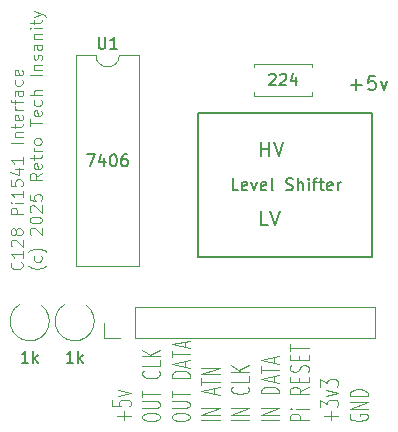
<source format=gbr>
G04 #@! TF.GenerationSoftware,KiCad,Pcbnew,7.0.2*
G04 #@! TF.CreationDate,2025-03-19T22:04:08+13:00*
G04 #@! TF.ProjectId,C128_Pi1541_Interface,43313238-5f50-4693-9135-34315f496e74,rev?*
G04 #@! TF.SameCoordinates,Original*
G04 #@! TF.FileFunction,Legend,Top*
G04 #@! TF.FilePolarity,Positive*
%FSLAX46Y46*%
G04 Gerber Fmt 4.6, Leading zero omitted, Abs format (unit mm)*
G04 Created by KiCad (PCBNEW 7.0.2) date 2025-03-19 22:04:08*
%MOMM*%
%LPD*%
G01*
G04 APERTURE LIST*
%ADD10C,0.125000*%
%ADD11C,0.150000*%
%ADD12C,0.141000*%
%ADD13C,0.120000*%
G04 APERTURE END LIST*
D10*
X118958833Y-96789904D02*
X118958833Y-96028000D01*
X119549309Y-96408952D02*
X118368357Y-96408952D01*
X117999309Y-95075619D02*
X117999309Y-95551809D01*
X117999309Y-95551809D02*
X118737404Y-95599428D01*
X118737404Y-95599428D02*
X118663595Y-95551809D01*
X118663595Y-95551809D02*
X118589785Y-95456571D01*
X118589785Y-95456571D02*
X118589785Y-95218476D01*
X118589785Y-95218476D02*
X118663595Y-95123238D01*
X118663595Y-95123238D02*
X118737404Y-95075619D01*
X118737404Y-95075619D02*
X118885023Y-95028000D01*
X118885023Y-95028000D02*
X119254071Y-95028000D01*
X119254071Y-95028000D02*
X119401690Y-95075619D01*
X119401690Y-95075619D02*
X119475500Y-95123238D01*
X119475500Y-95123238D02*
X119549309Y-95218476D01*
X119549309Y-95218476D02*
X119549309Y-95456571D01*
X119549309Y-95456571D02*
X119475500Y-95551809D01*
X119475500Y-95551809D02*
X119401690Y-95599428D01*
X118515976Y-94694666D02*
X119549309Y-94456571D01*
X119549309Y-94456571D02*
X118515976Y-94218476D01*
X120510309Y-96599428D02*
X120510309Y-96408952D01*
X120510309Y-96408952D02*
X120584119Y-96313714D01*
X120584119Y-96313714D02*
X120731738Y-96218476D01*
X120731738Y-96218476D02*
X121026976Y-96170857D01*
X121026976Y-96170857D02*
X121543642Y-96170857D01*
X121543642Y-96170857D02*
X121838880Y-96218476D01*
X121838880Y-96218476D02*
X121986500Y-96313714D01*
X121986500Y-96313714D02*
X122060309Y-96408952D01*
X122060309Y-96408952D02*
X122060309Y-96599428D01*
X122060309Y-96599428D02*
X121986500Y-96694666D01*
X121986500Y-96694666D02*
X121838880Y-96789904D01*
X121838880Y-96789904D02*
X121543642Y-96837523D01*
X121543642Y-96837523D02*
X121026976Y-96837523D01*
X121026976Y-96837523D02*
X120731738Y-96789904D01*
X120731738Y-96789904D02*
X120584119Y-96694666D01*
X120584119Y-96694666D02*
X120510309Y-96599428D01*
X120510309Y-95742285D02*
X121765071Y-95742285D01*
X121765071Y-95742285D02*
X121912690Y-95694666D01*
X121912690Y-95694666D02*
X121986500Y-95647047D01*
X121986500Y-95647047D02*
X122060309Y-95551809D01*
X122060309Y-95551809D02*
X122060309Y-95361333D01*
X122060309Y-95361333D02*
X121986500Y-95266095D01*
X121986500Y-95266095D02*
X121912690Y-95218476D01*
X121912690Y-95218476D02*
X121765071Y-95170857D01*
X121765071Y-95170857D02*
X120510309Y-95170857D01*
X120510309Y-94837523D02*
X120510309Y-94266095D01*
X122060309Y-94551809D02*
X120510309Y-94551809D01*
X121912690Y-92599428D02*
X121986500Y-92647047D01*
X121986500Y-92647047D02*
X122060309Y-92789904D01*
X122060309Y-92789904D02*
X122060309Y-92885142D01*
X122060309Y-92885142D02*
X121986500Y-93027999D01*
X121986500Y-93027999D02*
X121838880Y-93123237D01*
X121838880Y-93123237D02*
X121691261Y-93170856D01*
X121691261Y-93170856D02*
X121396023Y-93218475D01*
X121396023Y-93218475D02*
X121174595Y-93218475D01*
X121174595Y-93218475D02*
X120879357Y-93170856D01*
X120879357Y-93170856D02*
X120731738Y-93123237D01*
X120731738Y-93123237D02*
X120584119Y-93027999D01*
X120584119Y-93027999D02*
X120510309Y-92885142D01*
X120510309Y-92885142D02*
X120510309Y-92789904D01*
X120510309Y-92789904D02*
X120584119Y-92647047D01*
X120584119Y-92647047D02*
X120657928Y-92599428D01*
X122060309Y-91694666D02*
X122060309Y-92170856D01*
X122060309Y-92170856D02*
X120510309Y-92170856D01*
X122060309Y-91361332D02*
X120510309Y-91361332D01*
X122060309Y-90789904D02*
X121174595Y-91218475D01*
X120510309Y-90789904D02*
X121396023Y-91361332D01*
X123021309Y-96599428D02*
X123021309Y-96408952D01*
X123021309Y-96408952D02*
X123095119Y-96313714D01*
X123095119Y-96313714D02*
X123242738Y-96218476D01*
X123242738Y-96218476D02*
X123537976Y-96170857D01*
X123537976Y-96170857D02*
X124054642Y-96170857D01*
X124054642Y-96170857D02*
X124349880Y-96218476D01*
X124349880Y-96218476D02*
X124497500Y-96313714D01*
X124497500Y-96313714D02*
X124571309Y-96408952D01*
X124571309Y-96408952D02*
X124571309Y-96599428D01*
X124571309Y-96599428D02*
X124497500Y-96694666D01*
X124497500Y-96694666D02*
X124349880Y-96789904D01*
X124349880Y-96789904D02*
X124054642Y-96837523D01*
X124054642Y-96837523D02*
X123537976Y-96837523D01*
X123537976Y-96837523D02*
X123242738Y-96789904D01*
X123242738Y-96789904D02*
X123095119Y-96694666D01*
X123095119Y-96694666D02*
X123021309Y-96599428D01*
X123021309Y-95742285D02*
X124276071Y-95742285D01*
X124276071Y-95742285D02*
X124423690Y-95694666D01*
X124423690Y-95694666D02*
X124497500Y-95647047D01*
X124497500Y-95647047D02*
X124571309Y-95551809D01*
X124571309Y-95551809D02*
X124571309Y-95361333D01*
X124571309Y-95361333D02*
X124497500Y-95266095D01*
X124497500Y-95266095D02*
X124423690Y-95218476D01*
X124423690Y-95218476D02*
X124276071Y-95170857D01*
X124276071Y-95170857D02*
X123021309Y-95170857D01*
X123021309Y-94837523D02*
X123021309Y-94266095D01*
X124571309Y-94551809D02*
X123021309Y-94551809D01*
X124571309Y-93170856D02*
X123021309Y-93170856D01*
X123021309Y-93170856D02*
X123021309Y-92932761D01*
X123021309Y-92932761D02*
X123095119Y-92789904D01*
X123095119Y-92789904D02*
X123242738Y-92694666D01*
X123242738Y-92694666D02*
X123390357Y-92647047D01*
X123390357Y-92647047D02*
X123685595Y-92599428D01*
X123685595Y-92599428D02*
X123907023Y-92599428D01*
X123907023Y-92599428D02*
X124202261Y-92647047D01*
X124202261Y-92647047D02*
X124349880Y-92694666D01*
X124349880Y-92694666D02*
X124497500Y-92789904D01*
X124497500Y-92789904D02*
X124571309Y-92932761D01*
X124571309Y-92932761D02*
X124571309Y-93170856D01*
X124128452Y-92218475D02*
X124128452Y-91742285D01*
X124571309Y-92313713D02*
X123021309Y-91980380D01*
X123021309Y-91980380D02*
X124571309Y-91647047D01*
X123021309Y-91456570D02*
X123021309Y-90885142D01*
X124571309Y-91170856D02*
X123021309Y-91170856D01*
X124128452Y-90599427D02*
X124128452Y-90123237D01*
X124571309Y-90694665D02*
X123021309Y-90361332D01*
X123021309Y-90361332D02*
X124571309Y-90027999D01*
X127082309Y-96789904D02*
X125532309Y-96789904D01*
X127082309Y-96313714D02*
X125532309Y-96313714D01*
X125532309Y-96313714D02*
X127082309Y-95742286D01*
X127082309Y-95742286D02*
X125532309Y-95742286D01*
X126639452Y-94551809D02*
X126639452Y-94075619D01*
X127082309Y-94647047D02*
X125532309Y-94313714D01*
X125532309Y-94313714D02*
X127082309Y-93980381D01*
X125532309Y-93789904D02*
X125532309Y-93218476D01*
X127082309Y-93504190D02*
X125532309Y-93504190D01*
X127082309Y-92885142D02*
X125532309Y-92885142D01*
X125532309Y-92885142D02*
X127082309Y-92313714D01*
X127082309Y-92313714D02*
X125532309Y-92313714D01*
X129593309Y-96789904D02*
X128043309Y-96789904D01*
X129593309Y-96313714D02*
X128043309Y-96313714D01*
X128043309Y-96313714D02*
X129593309Y-95742286D01*
X129593309Y-95742286D02*
X128043309Y-95742286D01*
X129445690Y-93932762D02*
X129519500Y-93980381D01*
X129519500Y-93980381D02*
X129593309Y-94123238D01*
X129593309Y-94123238D02*
X129593309Y-94218476D01*
X129593309Y-94218476D02*
X129519500Y-94361333D01*
X129519500Y-94361333D02*
X129371880Y-94456571D01*
X129371880Y-94456571D02*
X129224261Y-94504190D01*
X129224261Y-94504190D02*
X128929023Y-94551809D01*
X128929023Y-94551809D02*
X128707595Y-94551809D01*
X128707595Y-94551809D02*
X128412357Y-94504190D01*
X128412357Y-94504190D02*
X128264738Y-94456571D01*
X128264738Y-94456571D02*
X128117119Y-94361333D01*
X128117119Y-94361333D02*
X128043309Y-94218476D01*
X128043309Y-94218476D02*
X128043309Y-94123238D01*
X128043309Y-94123238D02*
X128117119Y-93980381D01*
X128117119Y-93980381D02*
X128190928Y-93932762D01*
X129593309Y-93028000D02*
X129593309Y-93504190D01*
X129593309Y-93504190D02*
X128043309Y-93504190D01*
X129593309Y-92694666D02*
X128043309Y-92694666D01*
X129593309Y-92123238D02*
X128707595Y-92551809D01*
X128043309Y-92123238D02*
X128929023Y-92694666D01*
X132104309Y-96789904D02*
X130554309Y-96789904D01*
X132104309Y-96313714D02*
X130554309Y-96313714D01*
X130554309Y-96313714D02*
X132104309Y-95742286D01*
X132104309Y-95742286D02*
X130554309Y-95742286D01*
X132104309Y-94504190D02*
X130554309Y-94504190D01*
X130554309Y-94504190D02*
X130554309Y-94266095D01*
X130554309Y-94266095D02*
X130628119Y-94123238D01*
X130628119Y-94123238D02*
X130775738Y-94028000D01*
X130775738Y-94028000D02*
X130923357Y-93980381D01*
X130923357Y-93980381D02*
X131218595Y-93932762D01*
X131218595Y-93932762D02*
X131440023Y-93932762D01*
X131440023Y-93932762D02*
X131735261Y-93980381D01*
X131735261Y-93980381D02*
X131882880Y-94028000D01*
X131882880Y-94028000D02*
X132030500Y-94123238D01*
X132030500Y-94123238D02*
X132104309Y-94266095D01*
X132104309Y-94266095D02*
X132104309Y-94504190D01*
X131661452Y-93551809D02*
X131661452Y-93075619D01*
X132104309Y-93647047D02*
X130554309Y-93313714D01*
X130554309Y-93313714D02*
X132104309Y-92980381D01*
X130554309Y-92789904D02*
X130554309Y-92218476D01*
X132104309Y-92504190D02*
X130554309Y-92504190D01*
X131661452Y-91932761D02*
X131661452Y-91456571D01*
X132104309Y-92027999D02*
X130554309Y-91694666D01*
X130554309Y-91694666D02*
X132104309Y-91361333D01*
X134615309Y-96789904D02*
X133065309Y-96789904D01*
X133065309Y-96789904D02*
X133065309Y-96408952D01*
X133065309Y-96408952D02*
X133139119Y-96313714D01*
X133139119Y-96313714D02*
X133212928Y-96266095D01*
X133212928Y-96266095D02*
X133360547Y-96218476D01*
X133360547Y-96218476D02*
X133581976Y-96218476D01*
X133581976Y-96218476D02*
X133729595Y-96266095D01*
X133729595Y-96266095D02*
X133803404Y-96313714D01*
X133803404Y-96313714D02*
X133877214Y-96408952D01*
X133877214Y-96408952D02*
X133877214Y-96789904D01*
X134615309Y-95789904D02*
X133581976Y-95789904D01*
X133065309Y-95789904D02*
X133139119Y-95837523D01*
X133139119Y-95837523D02*
X133212928Y-95789904D01*
X133212928Y-95789904D02*
X133139119Y-95742285D01*
X133139119Y-95742285D02*
X133065309Y-95789904D01*
X133065309Y-95789904D02*
X133212928Y-95789904D01*
X134615309Y-93980381D02*
X133877214Y-94313714D01*
X134615309Y-94551809D02*
X133065309Y-94551809D01*
X133065309Y-94551809D02*
X133065309Y-94170857D01*
X133065309Y-94170857D02*
X133139119Y-94075619D01*
X133139119Y-94075619D02*
X133212928Y-94028000D01*
X133212928Y-94028000D02*
X133360547Y-93980381D01*
X133360547Y-93980381D02*
X133581976Y-93980381D01*
X133581976Y-93980381D02*
X133729595Y-94028000D01*
X133729595Y-94028000D02*
X133803404Y-94075619D01*
X133803404Y-94075619D02*
X133877214Y-94170857D01*
X133877214Y-94170857D02*
X133877214Y-94551809D01*
X133803404Y-93551809D02*
X133803404Y-93218476D01*
X134615309Y-93075619D02*
X134615309Y-93551809D01*
X134615309Y-93551809D02*
X133065309Y-93551809D01*
X133065309Y-93551809D02*
X133065309Y-93075619D01*
X134541500Y-92694666D02*
X134615309Y-92551809D01*
X134615309Y-92551809D02*
X134615309Y-92313714D01*
X134615309Y-92313714D02*
X134541500Y-92218476D01*
X134541500Y-92218476D02*
X134467690Y-92170857D01*
X134467690Y-92170857D02*
X134320071Y-92123238D01*
X134320071Y-92123238D02*
X134172452Y-92123238D01*
X134172452Y-92123238D02*
X134024833Y-92170857D01*
X134024833Y-92170857D02*
X133951023Y-92218476D01*
X133951023Y-92218476D02*
X133877214Y-92313714D01*
X133877214Y-92313714D02*
X133803404Y-92504190D01*
X133803404Y-92504190D02*
X133729595Y-92599428D01*
X133729595Y-92599428D02*
X133655785Y-92647047D01*
X133655785Y-92647047D02*
X133508166Y-92694666D01*
X133508166Y-92694666D02*
X133360547Y-92694666D01*
X133360547Y-92694666D02*
X133212928Y-92647047D01*
X133212928Y-92647047D02*
X133139119Y-92599428D01*
X133139119Y-92599428D02*
X133065309Y-92504190D01*
X133065309Y-92504190D02*
X133065309Y-92266095D01*
X133065309Y-92266095D02*
X133139119Y-92123238D01*
X133803404Y-91694666D02*
X133803404Y-91361333D01*
X134615309Y-91218476D02*
X134615309Y-91694666D01*
X134615309Y-91694666D02*
X133065309Y-91694666D01*
X133065309Y-91694666D02*
X133065309Y-91218476D01*
X133065309Y-90932761D02*
X133065309Y-90361333D01*
X134615309Y-90647047D02*
X133065309Y-90647047D01*
X136535833Y-96789904D02*
X136535833Y-96028000D01*
X137126309Y-96408952D02*
X135945357Y-96408952D01*
X135576309Y-95647047D02*
X135576309Y-95028000D01*
X135576309Y-95028000D02*
X136166785Y-95361333D01*
X136166785Y-95361333D02*
X136166785Y-95218476D01*
X136166785Y-95218476D02*
X136240595Y-95123238D01*
X136240595Y-95123238D02*
X136314404Y-95075619D01*
X136314404Y-95075619D02*
X136462023Y-95028000D01*
X136462023Y-95028000D02*
X136831071Y-95028000D01*
X136831071Y-95028000D02*
X136978690Y-95075619D01*
X136978690Y-95075619D02*
X137052500Y-95123238D01*
X137052500Y-95123238D02*
X137126309Y-95218476D01*
X137126309Y-95218476D02*
X137126309Y-95504190D01*
X137126309Y-95504190D02*
X137052500Y-95599428D01*
X137052500Y-95599428D02*
X136978690Y-95647047D01*
X136092976Y-94694666D02*
X137126309Y-94456571D01*
X137126309Y-94456571D02*
X136092976Y-94218476D01*
X135576309Y-93932761D02*
X135576309Y-93313714D01*
X135576309Y-93313714D02*
X136166785Y-93647047D01*
X136166785Y-93647047D02*
X136166785Y-93504190D01*
X136166785Y-93504190D02*
X136240595Y-93408952D01*
X136240595Y-93408952D02*
X136314404Y-93361333D01*
X136314404Y-93361333D02*
X136462023Y-93313714D01*
X136462023Y-93313714D02*
X136831071Y-93313714D01*
X136831071Y-93313714D02*
X136978690Y-93361333D01*
X136978690Y-93361333D02*
X137052500Y-93408952D01*
X137052500Y-93408952D02*
X137126309Y-93504190D01*
X137126309Y-93504190D02*
X137126309Y-93789904D01*
X137126309Y-93789904D02*
X137052500Y-93885142D01*
X137052500Y-93885142D02*
X136978690Y-93932761D01*
X138161119Y-96266095D02*
X138087309Y-96361333D01*
X138087309Y-96361333D02*
X138087309Y-96504190D01*
X138087309Y-96504190D02*
X138161119Y-96647047D01*
X138161119Y-96647047D02*
X138308738Y-96742285D01*
X138308738Y-96742285D02*
X138456357Y-96789904D01*
X138456357Y-96789904D02*
X138751595Y-96837523D01*
X138751595Y-96837523D02*
X138973023Y-96837523D01*
X138973023Y-96837523D02*
X139268261Y-96789904D01*
X139268261Y-96789904D02*
X139415880Y-96742285D01*
X139415880Y-96742285D02*
X139563500Y-96647047D01*
X139563500Y-96647047D02*
X139637309Y-96504190D01*
X139637309Y-96504190D02*
X139637309Y-96408952D01*
X139637309Y-96408952D02*
X139563500Y-96266095D01*
X139563500Y-96266095D02*
X139489690Y-96218476D01*
X139489690Y-96218476D02*
X138973023Y-96218476D01*
X138973023Y-96218476D02*
X138973023Y-96408952D01*
X139637309Y-95789904D02*
X138087309Y-95789904D01*
X138087309Y-95789904D02*
X139637309Y-95218476D01*
X139637309Y-95218476D02*
X138087309Y-95218476D01*
X139637309Y-94742285D02*
X138087309Y-94742285D01*
X138087309Y-94742285D02*
X138087309Y-94504190D01*
X138087309Y-94504190D02*
X138161119Y-94361333D01*
X138161119Y-94361333D02*
X138308738Y-94266095D01*
X138308738Y-94266095D02*
X138456357Y-94218476D01*
X138456357Y-94218476D02*
X138751595Y-94170857D01*
X138751595Y-94170857D02*
X138973023Y-94170857D01*
X138973023Y-94170857D02*
X139268261Y-94218476D01*
X139268261Y-94218476D02*
X139415880Y-94266095D01*
X139415880Y-94266095D02*
X139563500Y-94361333D01*
X139563500Y-94361333D02*
X139637309Y-94504190D01*
X139637309Y-94504190D02*
X139637309Y-94742285D01*
X110303380Y-83391476D02*
X110351000Y-83439095D01*
X110351000Y-83439095D02*
X110398619Y-83581952D01*
X110398619Y-83581952D02*
X110398619Y-83677190D01*
X110398619Y-83677190D02*
X110351000Y-83820047D01*
X110351000Y-83820047D02*
X110255761Y-83915285D01*
X110255761Y-83915285D02*
X110160523Y-83962904D01*
X110160523Y-83962904D02*
X109970047Y-84010523D01*
X109970047Y-84010523D02*
X109827190Y-84010523D01*
X109827190Y-84010523D02*
X109636714Y-83962904D01*
X109636714Y-83962904D02*
X109541476Y-83915285D01*
X109541476Y-83915285D02*
X109446238Y-83820047D01*
X109446238Y-83820047D02*
X109398619Y-83677190D01*
X109398619Y-83677190D02*
X109398619Y-83581952D01*
X109398619Y-83581952D02*
X109446238Y-83439095D01*
X109446238Y-83439095D02*
X109493857Y-83391476D01*
X110398619Y-82439095D02*
X110398619Y-83010523D01*
X110398619Y-82724809D02*
X109398619Y-82724809D01*
X109398619Y-82724809D02*
X109541476Y-82820047D01*
X109541476Y-82820047D02*
X109636714Y-82915285D01*
X109636714Y-82915285D02*
X109684333Y-83010523D01*
X109493857Y-82058142D02*
X109446238Y-82010523D01*
X109446238Y-82010523D02*
X109398619Y-81915285D01*
X109398619Y-81915285D02*
X109398619Y-81677190D01*
X109398619Y-81677190D02*
X109446238Y-81581952D01*
X109446238Y-81581952D02*
X109493857Y-81534333D01*
X109493857Y-81534333D02*
X109589095Y-81486714D01*
X109589095Y-81486714D02*
X109684333Y-81486714D01*
X109684333Y-81486714D02*
X109827190Y-81534333D01*
X109827190Y-81534333D02*
X110398619Y-82105761D01*
X110398619Y-82105761D02*
X110398619Y-81486714D01*
X109827190Y-80915285D02*
X109779571Y-81010523D01*
X109779571Y-81010523D02*
X109731952Y-81058142D01*
X109731952Y-81058142D02*
X109636714Y-81105761D01*
X109636714Y-81105761D02*
X109589095Y-81105761D01*
X109589095Y-81105761D02*
X109493857Y-81058142D01*
X109493857Y-81058142D02*
X109446238Y-81010523D01*
X109446238Y-81010523D02*
X109398619Y-80915285D01*
X109398619Y-80915285D02*
X109398619Y-80724809D01*
X109398619Y-80724809D02*
X109446238Y-80629571D01*
X109446238Y-80629571D02*
X109493857Y-80581952D01*
X109493857Y-80581952D02*
X109589095Y-80534333D01*
X109589095Y-80534333D02*
X109636714Y-80534333D01*
X109636714Y-80534333D02*
X109731952Y-80581952D01*
X109731952Y-80581952D02*
X109779571Y-80629571D01*
X109779571Y-80629571D02*
X109827190Y-80724809D01*
X109827190Y-80724809D02*
X109827190Y-80915285D01*
X109827190Y-80915285D02*
X109874809Y-81010523D01*
X109874809Y-81010523D02*
X109922428Y-81058142D01*
X109922428Y-81058142D02*
X110017666Y-81105761D01*
X110017666Y-81105761D02*
X110208142Y-81105761D01*
X110208142Y-81105761D02*
X110303380Y-81058142D01*
X110303380Y-81058142D02*
X110351000Y-81010523D01*
X110351000Y-81010523D02*
X110398619Y-80915285D01*
X110398619Y-80915285D02*
X110398619Y-80724809D01*
X110398619Y-80724809D02*
X110351000Y-80629571D01*
X110351000Y-80629571D02*
X110303380Y-80581952D01*
X110303380Y-80581952D02*
X110208142Y-80534333D01*
X110208142Y-80534333D02*
X110017666Y-80534333D01*
X110017666Y-80534333D02*
X109922428Y-80581952D01*
X109922428Y-80581952D02*
X109874809Y-80629571D01*
X109874809Y-80629571D02*
X109827190Y-80724809D01*
X110398619Y-79343856D02*
X109398619Y-79343856D01*
X109398619Y-79343856D02*
X109398619Y-78962904D01*
X109398619Y-78962904D02*
X109446238Y-78867666D01*
X109446238Y-78867666D02*
X109493857Y-78820047D01*
X109493857Y-78820047D02*
X109589095Y-78772428D01*
X109589095Y-78772428D02*
X109731952Y-78772428D01*
X109731952Y-78772428D02*
X109827190Y-78820047D01*
X109827190Y-78820047D02*
X109874809Y-78867666D01*
X109874809Y-78867666D02*
X109922428Y-78962904D01*
X109922428Y-78962904D02*
X109922428Y-79343856D01*
X110398619Y-78343856D02*
X109731952Y-78343856D01*
X109398619Y-78343856D02*
X109446238Y-78391475D01*
X109446238Y-78391475D02*
X109493857Y-78343856D01*
X109493857Y-78343856D02*
X109446238Y-78296237D01*
X109446238Y-78296237D02*
X109398619Y-78343856D01*
X109398619Y-78343856D02*
X109493857Y-78343856D01*
X110398619Y-77343857D02*
X110398619Y-77915285D01*
X110398619Y-77629571D02*
X109398619Y-77629571D01*
X109398619Y-77629571D02*
X109541476Y-77724809D01*
X109541476Y-77724809D02*
X109636714Y-77820047D01*
X109636714Y-77820047D02*
X109684333Y-77915285D01*
X109398619Y-76439095D02*
X109398619Y-76915285D01*
X109398619Y-76915285D02*
X109874809Y-76962904D01*
X109874809Y-76962904D02*
X109827190Y-76915285D01*
X109827190Y-76915285D02*
X109779571Y-76820047D01*
X109779571Y-76820047D02*
X109779571Y-76581952D01*
X109779571Y-76581952D02*
X109827190Y-76486714D01*
X109827190Y-76486714D02*
X109874809Y-76439095D01*
X109874809Y-76439095D02*
X109970047Y-76391476D01*
X109970047Y-76391476D02*
X110208142Y-76391476D01*
X110208142Y-76391476D02*
X110303380Y-76439095D01*
X110303380Y-76439095D02*
X110351000Y-76486714D01*
X110351000Y-76486714D02*
X110398619Y-76581952D01*
X110398619Y-76581952D02*
X110398619Y-76820047D01*
X110398619Y-76820047D02*
X110351000Y-76915285D01*
X110351000Y-76915285D02*
X110303380Y-76962904D01*
X109731952Y-75534333D02*
X110398619Y-75534333D01*
X109351000Y-75772428D02*
X110065285Y-76010523D01*
X110065285Y-76010523D02*
X110065285Y-75391476D01*
X110398619Y-74486714D02*
X110398619Y-75058142D01*
X110398619Y-74772428D02*
X109398619Y-74772428D01*
X109398619Y-74772428D02*
X109541476Y-74867666D01*
X109541476Y-74867666D02*
X109636714Y-74962904D01*
X109636714Y-74962904D02*
X109684333Y-75058142D01*
X110398619Y-73296237D02*
X109398619Y-73296237D01*
X109731952Y-72820047D02*
X110398619Y-72820047D01*
X109827190Y-72820047D02*
X109779571Y-72772428D01*
X109779571Y-72772428D02*
X109731952Y-72677190D01*
X109731952Y-72677190D02*
X109731952Y-72534333D01*
X109731952Y-72534333D02*
X109779571Y-72439095D01*
X109779571Y-72439095D02*
X109874809Y-72391476D01*
X109874809Y-72391476D02*
X110398619Y-72391476D01*
X109731952Y-72058142D02*
X109731952Y-71677190D01*
X109398619Y-71915285D02*
X110255761Y-71915285D01*
X110255761Y-71915285D02*
X110351000Y-71867666D01*
X110351000Y-71867666D02*
X110398619Y-71772428D01*
X110398619Y-71772428D02*
X110398619Y-71677190D01*
X110351000Y-70962904D02*
X110398619Y-71058142D01*
X110398619Y-71058142D02*
X110398619Y-71248618D01*
X110398619Y-71248618D02*
X110351000Y-71343856D01*
X110351000Y-71343856D02*
X110255761Y-71391475D01*
X110255761Y-71391475D02*
X109874809Y-71391475D01*
X109874809Y-71391475D02*
X109779571Y-71343856D01*
X109779571Y-71343856D02*
X109731952Y-71248618D01*
X109731952Y-71248618D02*
X109731952Y-71058142D01*
X109731952Y-71058142D02*
X109779571Y-70962904D01*
X109779571Y-70962904D02*
X109874809Y-70915285D01*
X109874809Y-70915285D02*
X109970047Y-70915285D01*
X109970047Y-70915285D02*
X110065285Y-71391475D01*
X110398619Y-70486713D02*
X109731952Y-70486713D01*
X109922428Y-70486713D02*
X109827190Y-70439094D01*
X109827190Y-70439094D02*
X109779571Y-70391475D01*
X109779571Y-70391475D02*
X109731952Y-70296237D01*
X109731952Y-70296237D02*
X109731952Y-70200999D01*
X109731952Y-70010522D02*
X109731952Y-69629570D01*
X110398619Y-69867665D02*
X109541476Y-69867665D01*
X109541476Y-69867665D02*
X109446238Y-69820046D01*
X109446238Y-69820046D02*
X109398619Y-69724808D01*
X109398619Y-69724808D02*
X109398619Y-69629570D01*
X110398619Y-68867665D02*
X109874809Y-68867665D01*
X109874809Y-68867665D02*
X109779571Y-68915284D01*
X109779571Y-68915284D02*
X109731952Y-69010522D01*
X109731952Y-69010522D02*
X109731952Y-69200998D01*
X109731952Y-69200998D02*
X109779571Y-69296236D01*
X110351000Y-68867665D02*
X110398619Y-68962903D01*
X110398619Y-68962903D02*
X110398619Y-69200998D01*
X110398619Y-69200998D02*
X110351000Y-69296236D01*
X110351000Y-69296236D02*
X110255761Y-69343855D01*
X110255761Y-69343855D02*
X110160523Y-69343855D01*
X110160523Y-69343855D02*
X110065285Y-69296236D01*
X110065285Y-69296236D02*
X110017666Y-69200998D01*
X110017666Y-69200998D02*
X110017666Y-68962903D01*
X110017666Y-68962903D02*
X109970047Y-68867665D01*
X110351000Y-67962903D02*
X110398619Y-68058141D01*
X110398619Y-68058141D02*
X110398619Y-68248617D01*
X110398619Y-68248617D02*
X110351000Y-68343855D01*
X110351000Y-68343855D02*
X110303380Y-68391474D01*
X110303380Y-68391474D02*
X110208142Y-68439093D01*
X110208142Y-68439093D02*
X109922428Y-68439093D01*
X109922428Y-68439093D02*
X109827190Y-68391474D01*
X109827190Y-68391474D02*
X109779571Y-68343855D01*
X109779571Y-68343855D02*
X109731952Y-68248617D01*
X109731952Y-68248617D02*
X109731952Y-68058141D01*
X109731952Y-68058141D02*
X109779571Y-67962903D01*
X110351000Y-67153379D02*
X110398619Y-67248617D01*
X110398619Y-67248617D02*
X110398619Y-67439093D01*
X110398619Y-67439093D02*
X110351000Y-67534331D01*
X110351000Y-67534331D02*
X110255761Y-67581950D01*
X110255761Y-67581950D02*
X109874809Y-67581950D01*
X109874809Y-67581950D02*
X109779571Y-67534331D01*
X109779571Y-67534331D02*
X109731952Y-67439093D01*
X109731952Y-67439093D02*
X109731952Y-67248617D01*
X109731952Y-67248617D02*
X109779571Y-67153379D01*
X109779571Y-67153379D02*
X109874809Y-67105760D01*
X109874809Y-67105760D02*
X109970047Y-67105760D01*
X109970047Y-67105760D02*
X110065285Y-67581950D01*
X112399571Y-83677190D02*
X112351952Y-83724809D01*
X112351952Y-83724809D02*
X112209095Y-83820047D01*
X112209095Y-83820047D02*
X112113857Y-83867666D01*
X112113857Y-83867666D02*
X111971000Y-83915285D01*
X111971000Y-83915285D02*
X111732904Y-83962904D01*
X111732904Y-83962904D02*
X111542428Y-83962904D01*
X111542428Y-83962904D02*
X111304333Y-83915285D01*
X111304333Y-83915285D02*
X111161476Y-83867666D01*
X111161476Y-83867666D02*
X111066238Y-83820047D01*
X111066238Y-83820047D02*
X110923380Y-83724809D01*
X110923380Y-83724809D02*
X110875761Y-83677190D01*
X111971000Y-82867666D02*
X112018619Y-82962904D01*
X112018619Y-82962904D02*
X112018619Y-83153380D01*
X112018619Y-83153380D02*
X111971000Y-83248618D01*
X111971000Y-83248618D02*
X111923380Y-83296237D01*
X111923380Y-83296237D02*
X111828142Y-83343856D01*
X111828142Y-83343856D02*
X111542428Y-83343856D01*
X111542428Y-83343856D02*
X111447190Y-83296237D01*
X111447190Y-83296237D02*
X111399571Y-83248618D01*
X111399571Y-83248618D02*
X111351952Y-83153380D01*
X111351952Y-83153380D02*
X111351952Y-82962904D01*
X111351952Y-82962904D02*
X111399571Y-82867666D01*
X112399571Y-82534332D02*
X112351952Y-82486713D01*
X112351952Y-82486713D02*
X112209095Y-82391475D01*
X112209095Y-82391475D02*
X112113857Y-82343856D01*
X112113857Y-82343856D02*
X111971000Y-82296237D01*
X111971000Y-82296237D02*
X111732904Y-82248618D01*
X111732904Y-82248618D02*
X111542428Y-82248618D01*
X111542428Y-82248618D02*
X111304333Y-82296237D01*
X111304333Y-82296237D02*
X111161476Y-82343856D01*
X111161476Y-82343856D02*
X111066238Y-82391475D01*
X111066238Y-82391475D02*
X110923380Y-82486713D01*
X110923380Y-82486713D02*
X110875761Y-82534332D01*
X111113857Y-81058141D02*
X111066238Y-81010522D01*
X111066238Y-81010522D02*
X111018619Y-80915284D01*
X111018619Y-80915284D02*
X111018619Y-80677189D01*
X111018619Y-80677189D02*
X111066238Y-80581951D01*
X111066238Y-80581951D02*
X111113857Y-80534332D01*
X111113857Y-80534332D02*
X111209095Y-80486713D01*
X111209095Y-80486713D02*
X111304333Y-80486713D01*
X111304333Y-80486713D02*
X111447190Y-80534332D01*
X111447190Y-80534332D02*
X112018619Y-81105760D01*
X112018619Y-81105760D02*
X112018619Y-80486713D01*
X111018619Y-79867665D02*
X111018619Y-79772427D01*
X111018619Y-79772427D02*
X111066238Y-79677189D01*
X111066238Y-79677189D02*
X111113857Y-79629570D01*
X111113857Y-79629570D02*
X111209095Y-79581951D01*
X111209095Y-79581951D02*
X111399571Y-79534332D01*
X111399571Y-79534332D02*
X111637666Y-79534332D01*
X111637666Y-79534332D02*
X111828142Y-79581951D01*
X111828142Y-79581951D02*
X111923380Y-79629570D01*
X111923380Y-79629570D02*
X111971000Y-79677189D01*
X111971000Y-79677189D02*
X112018619Y-79772427D01*
X112018619Y-79772427D02*
X112018619Y-79867665D01*
X112018619Y-79867665D02*
X111971000Y-79962903D01*
X111971000Y-79962903D02*
X111923380Y-80010522D01*
X111923380Y-80010522D02*
X111828142Y-80058141D01*
X111828142Y-80058141D02*
X111637666Y-80105760D01*
X111637666Y-80105760D02*
X111399571Y-80105760D01*
X111399571Y-80105760D02*
X111209095Y-80058141D01*
X111209095Y-80058141D02*
X111113857Y-80010522D01*
X111113857Y-80010522D02*
X111066238Y-79962903D01*
X111066238Y-79962903D02*
X111018619Y-79867665D01*
X111113857Y-79153379D02*
X111066238Y-79105760D01*
X111066238Y-79105760D02*
X111018619Y-79010522D01*
X111018619Y-79010522D02*
X111018619Y-78772427D01*
X111018619Y-78772427D02*
X111066238Y-78677189D01*
X111066238Y-78677189D02*
X111113857Y-78629570D01*
X111113857Y-78629570D02*
X111209095Y-78581951D01*
X111209095Y-78581951D02*
X111304333Y-78581951D01*
X111304333Y-78581951D02*
X111447190Y-78629570D01*
X111447190Y-78629570D02*
X112018619Y-79200998D01*
X112018619Y-79200998D02*
X112018619Y-78581951D01*
X111018619Y-77677189D02*
X111018619Y-78153379D01*
X111018619Y-78153379D02*
X111494809Y-78200998D01*
X111494809Y-78200998D02*
X111447190Y-78153379D01*
X111447190Y-78153379D02*
X111399571Y-78058141D01*
X111399571Y-78058141D02*
X111399571Y-77820046D01*
X111399571Y-77820046D02*
X111447190Y-77724808D01*
X111447190Y-77724808D02*
X111494809Y-77677189D01*
X111494809Y-77677189D02*
X111590047Y-77629570D01*
X111590047Y-77629570D02*
X111828142Y-77629570D01*
X111828142Y-77629570D02*
X111923380Y-77677189D01*
X111923380Y-77677189D02*
X111971000Y-77724808D01*
X111971000Y-77724808D02*
X112018619Y-77820046D01*
X112018619Y-77820046D02*
X112018619Y-78058141D01*
X112018619Y-78058141D02*
X111971000Y-78153379D01*
X111971000Y-78153379D02*
X111923380Y-78200998D01*
X112018619Y-75867665D02*
X111542428Y-76200998D01*
X112018619Y-76439093D02*
X111018619Y-76439093D01*
X111018619Y-76439093D02*
X111018619Y-76058141D01*
X111018619Y-76058141D02*
X111066238Y-75962903D01*
X111066238Y-75962903D02*
X111113857Y-75915284D01*
X111113857Y-75915284D02*
X111209095Y-75867665D01*
X111209095Y-75867665D02*
X111351952Y-75867665D01*
X111351952Y-75867665D02*
X111447190Y-75915284D01*
X111447190Y-75915284D02*
X111494809Y-75962903D01*
X111494809Y-75962903D02*
X111542428Y-76058141D01*
X111542428Y-76058141D02*
X111542428Y-76439093D01*
X111971000Y-75058141D02*
X112018619Y-75153379D01*
X112018619Y-75153379D02*
X112018619Y-75343855D01*
X112018619Y-75343855D02*
X111971000Y-75439093D01*
X111971000Y-75439093D02*
X111875761Y-75486712D01*
X111875761Y-75486712D02*
X111494809Y-75486712D01*
X111494809Y-75486712D02*
X111399571Y-75439093D01*
X111399571Y-75439093D02*
X111351952Y-75343855D01*
X111351952Y-75343855D02*
X111351952Y-75153379D01*
X111351952Y-75153379D02*
X111399571Y-75058141D01*
X111399571Y-75058141D02*
X111494809Y-75010522D01*
X111494809Y-75010522D02*
X111590047Y-75010522D01*
X111590047Y-75010522D02*
X111685285Y-75486712D01*
X111351952Y-74724807D02*
X111351952Y-74343855D01*
X111018619Y-74581950D02*
X111875761Y-74581950D01*
X111875761Y-74581950D02*
X111971000Y-74534331D01*
X111971000Y-74534331D02*
X112018619Y-74439093D01*
X112018619Y-74439093D02*
X112018619Y-74343855D01*
X112018619Y-74010521D02*
X111351952Y-74010521D01*
X111542428Y-74010521D02*
X111447190Y-73962902D01*
X111447190Y-73962902D02*
X111399571Y-73915283D01*
X111399571Y-73915283D02*
X111351952Y-73820045D01*
X111351952Y-73820045D02*
X111351952Y-73724807D01*
X112018619Y-73248616D02*
X111971000Y-73343854D01*
X111971000Y-73343854D02*
X111923380Y-73391473D01*
X111923380Y-73391473D02*
X111828142Y-73439092D01*
X111828142Y-73439092D02*
X111542428Y-73439092D01*
X111542428Y-73439092D02*
X111447190Y-73391473D01*
X111447190Y-73391473D02*
X111399571Y-73343854D01*
X111399571Y-73343854D02*
X111351952Y-73248616D01*
X111351952Y-73248616D02*
X111351952Y-73105759D01*
X111351952Y-73105759D02*
X111399571Y-73010521D01*
X111399571Y-73010521D02*
X111447190Y-72962902D01*
X111447190Y-72962902D02*
X111542428Y-72915283D01*
X111542428Y-72915283D02*
X111828142Y-72915283D01*
X111828142Y-72915283D02*
X111923380Y-72962902D01*
X111923380Y-72962902D02*
X111971000Y-73010521D01*
X111971000Y-73010521D02*
X112018619Y-73105759D01*
X112018619Y-73105759D02*
X112018619Y-73248616D01*
X111018619Y-71867663D02*
X111018619Y-71296235D01*
X112018619Y-71581949D02*
X111018619Y-71581949D01*
X111971000Y-70581949D02*
X112018619Y-70677187D01*
X112018619Y-70677187D02*
X112018619Y-70867663D01*
X112018619Y-70867663D02*
X111971000Y-70962901D01*
X111971000Y-70962901D02*
X111875761Y-71010520D01*
X111875761Y-71010520D02*
X111494809Y-71010520D01*
X111494809Y-71010520D02*
X111399571Y-70962901D01*
X111399571Y-70962901D02*
X111351952Y-70867663D01*
X111351952Y-70867663D02*
X111351952Y-70677187D01*
X111351952Y-70677187D02*
X111399571Y-70581949D01*
X111399571Y-70581949D02*
X111494809Y-70534330D01*
X111494809Y-70534330D02*
X111590047Y-70534330D01*
X111590047Y-70534330D02*
X111685285Y-71010520D01*
X111971000Y-69677187D02*
X112018619Y-69772425D01*
X112018619Y-69772425D02*
X112018619Y-69962901D01*
X112018619Y-69962901D02*
X111971000Y-70058139D01*
X111971000Y-70058139D02*
X111923380Y-70105758D01*
X111923380Y-70105758D02*
X111828142Y-70153377D01*
X111828142Y-70153377D02*
X111542428Y-70153377D01*
X111542428Y-70153377D02*
X111447190Y-70105758D01*
X111447190Y-70105758D02*
X111399571Y-70058139D01*
X111399571Y-70058139D02*
X111351952Y-69962901D01*
X111351952Y-69962901D02*
X111351952Y-69772425D01*
X111351952Y-69772425D02*
X111399571Y-69677187D01*
X112018619Y-69248615D02*
X111018619Y-69248615D01*
X112018619Y-68820044D02*
X111494809Y-68820044D01*
X111494809Y-68820044D02*
X111399571Y-68867663D01*
X111399571Y-68867663D02*
X111351952Y-68962901D01*
X111351952Y-68962901D02*
X111351952Y-69105758D01*
X111351952Y-69105758D02*
X111399571Y-69200996D01*
X111399571Y-69200996D02*
X111447190Y-69248615D01*
X112018619Y-67581948D02*
X111018619Y-67581948D01*
X111351952Y-67105758D02*
X112018619Y-67105758D01*
X111447190Y-67105758D02*
X111399571Y-67058139D01*
X111399571Y-67058139D02*
X111351952Y-66962901D01*
X111351952Y-66962901D02*
X111351952Y-66820044D01*
X111351952Y-66820044D02*
X111399571Y-66724806D01*
X111399571Y-66724806D02*
X111494809Y-66677187D01*
X111494809Y-66677187D02*
X112018619Y-66677187D01*
X111971000Y-66248615D02*
X112018619Y-66153377D01*
X112018619Y-66153377D02*
X112018619Y-65962901D01*
X112018619Y-65962901D02*
X111971000Y-65867663D01*
X111971000Y-65867663D02*
X111875761Y-65820044D01*
X111875761Y-65820044D02*
X111828142Y-65820044D01*
X111828142Y-65820044D02*
X111732904Y-65867663D01*
X111732904Y-65867663D02*
X111685285Y-65962901D01*
X111685285Y-65962901D02*
X111685285Y-66105758D01*
X111685285Y-66105758D02*
X111637666Y-66200996D01*
X111637666Y-66200996D02*
X111542428Y-66248615D01*
X111542428Y-66248615D02*
X111494809Y-66248615D01*
X111494809Y-66248615D02*
X111399571Y-66200996D01*
X111399571Y-66200996D02*
X111351952Y-66105758D01*
X111351952Y-66105758D02*
X111351952Y-65962901D01*
X111351952Y-65962901D02*
X111399571Y-65867663D01*
X112018619Y-64962901D02*
X111494809Y-64962901D01*
X111494809Y-64962901D02*
X111399571Y-65010520D01*
X111399571Y-65010520D02*
X111351952Y-65105758D01*
X111351952Y-65105758D02*
X111351952Y-65296234D01*
X111351952Y-65296234D02*
X111399571Y-65391472D01*
X111971000Y-64962901D02*
X112018619Y-65058139D01*
X112018619Y-65058139D02*
X112018619Y-65296234D01*
X112018619Y-65296234D02*
X111971000Y-65391472D01*
X111971000Y-65391472D02*
X111875761Y-65439091D01*
X111875761Y-65439091D02*
X111780523Y-65439091D01*
X111780523Y-65439091D02*
X111685285Y-65391472D01*
X111685285Y-65391472D02*
X111637666Y-65296234D01*
X111637666Y-65296234D02*
X111637666Y-65058139D01*
X111637666Y-65058139D02*
X111590047Y-64962901D01*
X111351952Y-64486710D02*
X112018619Y-64486710D01*
X111447190Y-64486710D02*
X111399571Y-64439091D01*
X111399571Y-64439091D02*
X111351952Y-64343853D01*
X111351952Y-64343853D02*
X111351952Y-64200996D01*
X111351952Y-64200996D02*
X111399571Y-64105758D01*
X111399571Y-64105758D02*
X111494809Y-64058139D01*
X111494809Y-64058139D02*
X112018619Y-64058139D01*
X112018619Y-63581948D02*
X111351952Y-63581948D01*
X111018619Y-63581948D02*
X111066238Y-63629567D01*
X111066238Y-63629567D02*
X111113857Y-63581948D01*
X111113857Y-63581948D02*
X111066238Y-63534329D01*
X111066238Y-63534329D02*
X111018619Y-63581948D01*
X111018619Y-63581948D02*
X111113857Y-63581948D01*
X111351952Y-63248615D02*
X111351952Y-62867663D01*
X111018619Y-63105758D02*
X111875761Y-63105758D01*
X111875761Y-63105758D02*
X111971000Y-63058139D01*
X111971000Y-63058139D02*
X112018619Y-62962901D01*
X112018619Y-62962901D02*
X112018619Y-62867663D01*
X111351952Y-62629567D02*
X112018619Y-62391472D01*
X111351952Y-62153377D02*
X112018619Y-62391472D01*
X112018619Y-62391472D02*
X112256714Y-62486710D01*
X112256714Y-62486710D02*
X112304333Y-62534329D01*
X112304333Y-62534329D02*
X112351952Y-62629567D01*
D11*
X138207714Y-68357000D02*
X139122000Y-68357000D01*
X138664857Y-68814142D02*
X138664857Y-67899857D01*
X140264856Y-67614142D02*
X139693428Y-67614142D01*
X139693428Y-67614142D02*
X139636285Y-68185571D01*
X139636285Y-68185571D02*
X139693428Y-68128428D01*
X139693428Y-68128428D02*
X139807714Y-68071285D01*
X139807714Y-68071285D02*
X140093428Y-68071285D01*
X140093428Y-68071285D02*
X140207714Y-68128428D01*
X140207714Y-68128428D02*
X140264856Y-68185571D01*
X140264856Y-68185571D02*
X140321999Y-68299857D01*
X140321999Y-68299857D02*
X140321999Y-68585571D01*
X140321999Y-68585571D02*
X140264856Y-68699857D01*
X140264856Y-68699857D02*
X140207714Y-68757000D01*
X140207714Y-68757000D02*
X140093428Y-68814142D01*
X140093428Y-68814142D02*
X139807714Y-68814142D01*
X139807714Y-68814142D02*
X139693428Y-68757000D01*
X139693428Y-68757000D02*
X139636285Y-68699857D01*
X140721999Y-68014142D02*
X141007713Y-68814142D01*
X141007713Y-68814142D02*
X141293428Y-68014142D01*
X130587714Y-74412142D02*
X130587714Y-73212142D01*
X130587714Y-73783571D02*
X131273428Y-73783571D01*
X131273428Y-74412142D02*
X131273428Y-73212142D01*
X131673428Y-73212142D02*
X132073428Y-74412142D01*
X132073428Y-74412142D02*
X132473428Y-73212142D01*
X131159142Y-80244142D02*
X130587714Y-80244142D01*
X130587714Y-80244142D02*
X130587714Y-79044142D01*
X131387714Y-79044142D02*
X131787714Y-80244142D01*
X131787714Y-80244142D02*
X132187714Y-79044142D01*
G04 #@! TO.C,*
X110878952Y-91902619D02*
X110307524Y-91902619D01*
X110593238Y-91902619D02*
X110593238Y-90902619D01*
X110593238Y-90902619D02*
X110498000Y-91045476D01*
X110498000Y-91045476D02*
X110402762Y-91140714D01*
X110402762Y-91140714D02*
X110307524Y-91188333D01*
X111307524Y-91902619D02*
X111307524Y-90902619D01*
X111402762Y-91521666D02*
X111688476Y-91902619D01*
X111688476Y-91235952D02*
X111307524Y-91616904D01*
G04 #@! TO.C,U1*
X116840095Y-64315619D02*
X116840095Y-65125142D01*
X116840095Y-65125142D02*
X116887714Y-65220380D01*
X116887714Y-65220380D02*
X116935333Y-65268000D01*
X116935333Y-65268000D02*
X117030571Y-65315619D01*
X117030571Y-65315619D02*
X117221047Y-65315619D01*
X117221047Y-65315619D02*
X117316285Y-65268000D01*
X117316285Y-65268000D02*
X117363904Y-65220380D01*
X117363904Y-65220380D02*
X117411523Y-65125142D01*
X117411523Y-65125142D02*
X117411523Y-64315619D01*
X118411523Y-65315619D02*
X117840095Y-65315619D01*
X118125809Y-65315619D02*
X118125809Y-64315619D01*
X118125809Y-64315619D02*
X118030571Y-64458476D01*
X118030571Y-64458476D02*
X117935333Y-64553714D01*
X117935333Y-64553714D02*
X117840095Y-64601333D01*
X115840095Y-74265619D02*
X116506761Y-74265619D01*
X116506761Y-74265619D02*
X116078190Y-75265619D01*
X117316285Y-74598952D02*
X117316285Y-75265619D01*
X117078190Y-74218000D02*
X116840095Y-74932285D01*
X116840095Y-74932285D02*
X117459142Y-74932285D01*
X118030571Y-74265619D02*
X118125809Y-74265619D01*
X118125809Y-74265619D02*
X118221047Y-74313238D01*
X118221047Y-74313238D02*
X118268666Y-74360857D01*
X118268666Y-74360857D02*
X118316285Y-74456095D01*
X118316285Y-74456095D02*
X118363904Y-74646571D01*
X118363904Y-74646571D02*
X118363904Y-74884666D01*
X118363904Y-74884666D02*
X118316285Y-75075142D01*
X118316285Y-75075142D02*
X118268666Y-75170380D01*
X118268666Y-75170380D02*
X118221047Y-75218000D01*
X118221047Y-75218000D02*
X118125809Y-75265619D01*
X118125809Y-75265619D02*
X118030571Y-75265619D01*
X118030571Y-75265619D02*
X117935333Y-75218000D01*
X117935333Y-75218000D02*
X117887714Y-75170380D01*
X117887714Y-75170380D02*
X117840095Y-75075142D01*
X117840095Y-75075142D02*
X117792476Y-74884666D01*
X117792476Y-74884666D02*
X117792476Y-74646571D01*
X117792476Y-74646571D02*
X117840095Y-74456095D01*
X117840095Y-74456095D02*
X117887714Y-74360857D01*
X117887714Y-74360857D02*
X117935333Y-74313238D01*
X117935333Y-74313238D02*
X118030571Y-74265619D01*
X119221047Y-74265619D02*
X119030571Y-74265619D01*
X119030571Y-74265619D02*
X118935333Y-74313238D01*
X118935333Y-74313238D02*
X118887714Y-74360857D01*
X118887714Y-74360857D02*
X118792476Y-74503714D01*
X118792476Y-74503714D02*
X118744857Y-74694190D01*
X118744857Y-74694190D02*
X118744857Y-75075142D01*
X118744857Y-75075142D02*
X118792476Y-75170380D01*
X118792476Y-75170380D02*
X118840095Y-75218000D01*
X118840095Y-75218000D02*
X118935333Y-75265619D01*
X118935333Y-75265619D02*
X119125809Y-75265619D01*
X119125809Y-75265619D02*
X119221047Y-75218000D01*
X119221047Y-75218000D02*
X119268666Y-75170380D01*
X119268666Y-75170380D02*
X119316285Y-75075142D01*
X119316285Y-75075142D02*
X119316285Y-74837047D01*
X119316285Y-74837047D02*
X119268666Y-74741809D01*
X119268666Y-74741809D02*
X119221047Y-74694190D01*
X119221047Y-74694190D02*
X119125809Y-74646571D01*
X119125809Y-74646571D02*
X118935333Y-74646571D01*
X118935333Y-74646571D02*
X118840095Y-74694190D01*
X118840095Y-74694190D02*
X118792476Y-74741809D01*
X118792476Y-74741809D02*
X118744857Y-74837047D01*
G04 #@! TO.C,*
X114688952Y-91902619D02*
X114117524Y-91902619D01*
X114403238Y-91902619D02*
X114403238Y-90902619D01*
X114403238Y-90902619D02*
X114308000Y-91045476D01*
X114308000Y-91045476D02*
X114212762Y-91140714D01*
X114212762Y-91140714D02*
X114117524Y-91188333D01*
X115117524Y-91902619D02*
X115117524Y-90902619D01*
X115212762Y-91521666D02*
X115498476Y-91902619D01*
X115498476Y-91235952D02*
X115117524Y-91616904D01*
G04 #@! TO.C,Level Shifter*
X128667379Y-77297619D02*
X128191189Y-77297619D01*
X128191189Y-77297619D02*
X128191189Y-76297619D01*
X129381665Y-77250000D02*
X129286427Y-77297619D01*
X129286427Y-77297619D02*
X129095951Y-77297619D01*
X129095951Y-77297619D02*
X129000713Y-77250000D01*
X129000713Y-77250000D02*
X128953094Y-77154761D01*
X128953094Y-77154761D02*
X128953094Y-76773809D01*
X128953094Y-76773809D02*
X129000713Y-76678571D01*
X129000713Y-76678571D02*
X129095951Y-76630952D01*
X129095951Y-76630952D02*
X129286427Y-76630952D01*
X129286427Y-76630952D02*
X129381665Y-76678571D01*
X129381665Y-76678571D02*
X129429284Y-76773809D01*
X129429284Y-76773809D02*
X129429284Y-76869047D01*
X129429284Y-76869047D02*
X128953094Y-76964285D01*
X129762618Y-76630952D02*
X130000713Y-77297619D01*
X130000713Y-77297619D02*
X130238808Y-76630952D01*
X131000713Y-77250000D02*
X130905475Y-77297619D01*
X130905475Y-77297619D02*
X130714999Y-77297619D01*
X130714999Y-77297619D02*
X130619761Y-77250000D01*
X130619761Y-77250000D02*
X130572142Y-77154761D01*
X130572142Y-77154761D02*
X130572142Y-76773809D01*
X130572142Y-76773809D02*
X130619761Y-76678571D01*
X130619761Y-76678571D02*
X130714999Y-76630952D01*
X130714999Y-76630952D02*
X130905475Y-76630952D01*
X130905475Y-76630952D02*
X131000713Y-76678571D01*
X131000713Y-76678571D02*
X131048332Y-76773809D01*
X131048332Y-76773809D02*
X131048332Y-76869047D01*
X131048332Y-76869047D02*
X130572142Y-76964285D01*
X131619761Y-77297619D02*
X131524523Y-77250000D01*
X131524523Y-77250000D02*
X131476904Y-77154761D01*
X131476904Y-77154761D02*
X131476904Y-76297619D01*
X132715000Y-77250000D02*
X132857857Y-77297619D01*
X132857857Y-77297619D02*
X133095952Y-77297619D01*
X133095952Y-77297619D02*
X133191190Y-77250000D01*
X133191190Y-77250000D02*
X133238809Y-77202380D01*
X133238809Y-77202380D02*
X133286428Y-77107142D01*
X133286428Y-77107142D02*
X133286428Y-77011904D01*
X133286428Y-77011904D02*
X133238809Y-76916666D01*
X133238809Y-76916666D02*
X133191190Y-76869047D01*
X133191190Y-76869047D02*
X133095952Y-76821428D01*
X133095952Y-76821428D02*
X132905476Y-76773809D01*
X132905476Y-76773809D02*
X132810238Y-76726190D01*
X132810238Y-76726190D02*
X132762619Y-76678571D01*
X132762619Y-76678571D02*
X132715000Y-76583333D01*
X132715000Y-76583333D02*
X132715000Y-76488095D01*
X132715000Y-76488095D02*
X132762619Y-76392857D01*
X132762619Y-76392857D02*
X132810238Y-76345238D01*
X132810238Y-76345238D02*
X132905476Y-76297619D01*
X132905476Y-76297619D02*
X133143571Y-76297619D01*
X133143571Y-76297619D02*
X133286428Y-76345238D01*
X133715000Y-77297619D02*
X133715000Y-76297619D01*
X134143571Y-77297619D02*
X134143571Y-76773809D01*
X134143571Y-76773809D02*
X134095952Y-76678571D01*
X134095952Y-76678571D02*
X134000714Y-76630952D01*
X134000714Y-76630952D02*
X133857857Y-76630952D01*
X133857857Y-76630952D02*
X133762619Y-76678571D01*
X133762619Y-76678571D02*
X133715000Y-76726190D01*
X134619762Y-77297619D02*
X134619762Y-76630952D01*
X134619762Y-76297619D02*
X134572143Y-76345238D01*
X134572143Y-76345238D02*
X134619762Y-76392857D01*
X134619762Y-76392857D02*
X134667381Y-76345238D01*
X134667381Y-76345238D02*
X134619762Y-76297619D01*
X134619762Y-76297619D02*
X134619762Y-76392857D01*
X134953095Y-76630952D02*
X135334047Y-76630952D01*
X135095952Y-77297619D02*
X135095952Y-76440476D01*
X135095952Y-76440476D02*
X135143571Y-76345238D01*
X135143571Y-76345238D02*
X135238809Y-76297619D01*
X135238809Y-76297619D02*
X135334047Y-76297619D01*
X135524524Y-76630952D02*
X135905476Y-76630952D01*
X135667381Y-76297619D02*
X135667381Y-77154761D01*
X135667381Y-77154761D02*
X135715000Y-77250000D01*
X135715000Y-77250000D02*
X135810238Y-77297619D01*
X135810238Y-77297619D02*
X135905476Y-77297619D01*
X136619762Y-77250000D02*
X136524524Y-77297619D01*
X136524524Y-77297619D02*
X136334048Y-77297619D01*
X136334048Y-77297619D02*
X136238810Y-77250000D01*
X136238810Y-77250000D02*
X136191191Y-77154761D01*
X136191191Y-77154761D02*
X136191191Y-76773809D01*
X136191191Y-76773809D02*
X136238810Y-76678571D01*
X136238810Y-76678571D02*
X136334048Y-76630952D01*
X136334048Y-76630952D02*
X136524524Y-76630952D01*
X136524524Y-76630952D02*
X136619762Y-76678571D01*
X136619762Y-76678571D02*
X136667381Y-76773809D01*
X136667381Y-76773809D02*
X136667381Y-76869047D01*
X136667381Y-76869047D02*
X136191191Y-76964285D01*
X137095953Y-77297619D02*
X137095953Y-76630952D01*
X137095953Y-76821428D02*
X137143572Y-76726190D01*
X137143572Y-76726190D02*
X137191191Y-76678571D01*
X137191191Y-76678571D02*
X137286429Y-76630952D01*
X137286429Y-76630952D02*
X137381667Y-76630952D01*
G04 #@! TO.C,*
D12*
X131297190Y-67529385D02*
X131341952Y-67484623D01*
X131341952Y-67484623D02*
X131431476Y-67439861D01*
X131431476Y-67439861D02*
X131655285Y-67439861D01*
X131655285Y-67439861D02*
X131744809Y-67484623D01*
X131744809Y-67484623D02*
X131789571Y-67529385D01*
X131789571Y-67529385D02*
X131834333Y-67618909D01*
X131834333Y-67618909D02*
X131834333Y-67708433D01*
X131834333Y-67708433D02*
X131789571Y-67842719D01*
X131789571Y-67842719D02*
X131252428Y-68379861D01*
X131252428Y-68379861D02*
X131834333Y-68379861D01*
X132192428Y-67529385D02*
X132237190Y-67484623D01*
X132237190Y-67484623D02*
X132326714Y-67439861D01*
X132326714Y-67439861D02*
X132550523Y-67439861D01*
X132550523Y-67439861D02*
X132640047Y-67484623D01*
X132640047Y-67484623D02*
X132684809Y-67529385D01*
X132684809Y-67529385D02*
X132729571Y-67618909D01*
X132729571Y-67618909D02*
X132729571Y-67708433D01*
X132729571Y-67708433D02*
X132684809Y-67842719D01*
X132684809Y-67842719D02*
X132147666Y-68379861D01*
X132147666Y-68379861D02*
X132729571Y-68379861D01*
X133535285Y-67753195D02*
X133535285Y-68379861D01*
X133311476Y-67395100D02*
X133087666Y-68066528D01*
X133087666Y-68066528D02*
X133669571Y-68066528D01*
D11*
D13*
X110198001Y-86938729D02*
G75*
G03*
X111969379Y-87047226I799999J-1453271D01*
G01*
G04 #@! TO.C,U1*
X114952000Y-65853000D02*
X114952000Y-83753000D01*
X114952000Y-83753000D02*
X120252000Y-83753000D01*
X116602000Y-65853000D02*
X114952000Y-65853000D01*
X120252000Y-65853000D02*
X118602000Y-65853000D01*
X120252000Y-83753000D02*
X120252000Y-65853000D01*
X116602000Y-65853000D02*
G75*
G03*
X118602000Y-65853000I1000000J0D01*
G01*
G04 #@! TO.C,*
X114008001Y-86938729D02*
G75*
G03*
X115779379Y-87047226I799999J-1453271D01*
G01*
D11*
G04 #@! TO.C,Level Shifter*
X125222000Y-82931000D02*
X125222000Y-70739000D01*
X139954000Y-82931000D02*
X125222000Y-82931000D01*
X125222000Y-70739000D02*
X139954000Y-70739000D01*
X139954000Y-70739000D02*
X139954000Y-82931000D01*
D13*
G04 #@! TO.C,*
X129991000Y-66575000D02*
X129991000Y-66890000D01*
X129991000Y-66575000D02*
X134931000Y-66575000D01*
X129991000Y-69000000D02*
X129991000Y-69315000D01*
X129991000Y-69315000D02*
X134931000Y-69315000D01*
X134931000Y-66575000D02*
X134931000Y-66890000D01*
X134931000Y-69000000D02*
X134931000Y-69315000D01*
X117288000Y-89849000D02*
X117288000Y-88519000D01*
X118618000Y-89849000D02*
X117288000Y-89849000D01*
X119888000Y-89849000D02*
X140268000Y-89849000D01*
X119888000Y-89849000D02*
X119888000Y-87189000D01*
X140268000Y-89849000D02*
X140268000Y-87189000D01*
X119888000Y-87189000D02*
X140268000Y-87189000D01*
G04 #@! TD*
M02*

</source>
